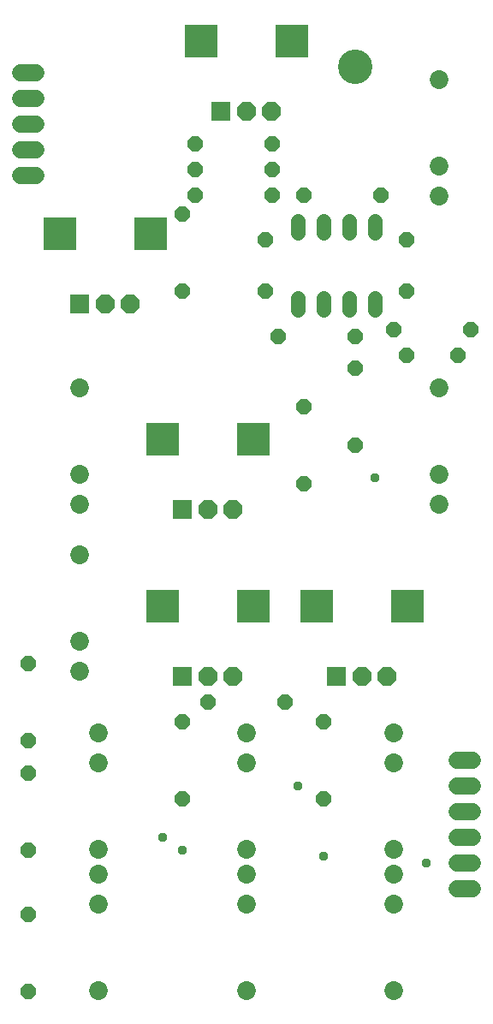
<source format=gbr>
G04 EAGLE Gerber RS-274X export*
G75*
%MOMM*%
%FSLAX34Y34*%
%LPD*%
%INSoldermask Top*%
%IPPOS*%
%AMOC8*
5,1,8,0,0,1.08239X$1,22.5*%
G01*
%ADD10C,3.403600*%
%ADD11P,1.649562X8X202.500000*%
%ADD12P,1.649562X8X292.500000*%
%ADD13P,1.649562X8X112.500000*%
%ADD14C,1.853200*%
%ADD15R,1.879600X1.879600*%
%ADD16P,2.034460X8X292.500000*%
%ADD17R,3.319200X3.319200*%
%ADD18P,1.649562X8X22.500000*%
%ADD19C,1.727200*%
%ADD20C,1.411200*%
%ADD21C,0.959600*%


D10*
X349250Y939800D03*
D11*
X349250Y673100D03*
X273050Y673100D03*
D12*
X349250Y641350D03*
X349250Y565150D03*
X25400Y349250D03*
X25400Y273050D03*
D13*
X25400Y25400D03*
X25400Y101600D03*
X298450Y527050D03*
X298450Y603250D03*
D14*
X95250Y165900D03*
X95250Y250900D03*
X95250Y280900D03*
X387350Y165900D03*
X387350Y250900D03*
X387350Y280900D03*
X95250Y26200D03*
X95250Y111200D03*
X95250Y141200D03*
X241300Y165900D03*
X241300Y250900D03*
X241300Y280900D03*
X241300Y26200D03*
X241300Y111200D03*
X241300Y141200D03*
X431800Y926300D03*
X431800Y841300D03*
X431800Y811300D03*
X76200Y621500D03*
X76200Y536500D03*
X76200Y506500D03*
D15*
X178200Y501500D03*
D16*
X203200Y501500D03*
X228200Y501500D03*
D17*
X248200Y571500D03*
X158200Y571500D03*
D15*
X216300Y895200D03*
D16*
X241300Y895200D03*
X266300Y895200D03*
D17*
X286300Y965200D03*
X196300Y965200D03*
D15*
X330600Y336400D03*
D16*
X355600Y336400D03*
X380600Y336400D03*
D17*
X400600Y406400D03*
X310600Y406400D03*
D15*
X76600Y704700D03*
D16*
X101600Y704700D03*
X126600Y704700D03*
D17*
X146600Y774700D03*
X56600Y774700D03*
D14*
X387350Y26200D03*
X387350Y111200D03*
X387350Y141200D03*
X76200Y456400D03*
X76200Y371400D03*
X76200Y341400D03*
D15*
X178200Y336400D03*
D16*
X203200Y336400D03*
X228200Y336400D03*
D17*
X248200Y406400D03*
X158200Y406400D03*
D18*
X298450Y812800D03*
X374650Y812800D03*
D11*
X279400Y311150D03*
X203200Y311150D03*
D13*
X177800Y717550D03*
X177800Y793750D03*
D11*
X266700Y863600D03*
X190500Y863600D03*
X266700Y838200D03*
X190500Y838200D03*
X266700Y812800D03*
X190500Y812800D03*
D19*
X449580Y254000D02*
X464820Y254000D01*
X464820Y228600D02*
X449580Y228600D01*
X449580Y203200D02*
X464820Y203200D01*
X464820Y177800D02*
X449580Y177800D01*
X449580Y152400D02*
X464820Y152400D01*
X464820Y127000D02*
X449580Y127000D01*
D20*
X292100Y698810D02*
X292100Y710890D01*
X317500Y710890D02*
X317500Y698810D01*
X342900Y698810D02*
X342900Y710890D01*
X368300Y710890D02*
X368300Y698810D01*
X368300Y775010D02*
X368300Y787090D01*
X342900Y787090D02*
X342900Y775010D01*
X317500Y775010D02*
X317500Y787090D01*
X292100Y787090D02*
X292100Y775010D01*
D13*
X177800Y215900D03*
X177800Y292100D03*
X25400Y165100D03*
X25400Y241300D03*
X317500Y215900D03*
X317500Y292100D03*
D12*
X260350Y768350D03*
X260350Y717550D03*
D13*
X400050Y717550D03*
X400050Y768350D03*
D14*
X431800Y621500D03*
X431800Y536500D03*
X431800Y506500D03*
D11*
X450850Y654050D03*
X400050Y654050D03*
X463550Y679450D03*
X387350Y679450D03*
D19*
X33020Y933450D02*
X17780Y933450D01*
X17780Y908050D02*
X33020Y908050D01*
X33020Y882650D02*
X17780Y882650D01*
X17780Y857250D02*
X33020Y857250D01*
X33020Y831850D02*
X17780Y831850D01*
D21*
X419100Y152400D03*
X368300Y533400D03*
X292100Y228600D03*
X158750Y177800D03*
X177800Y165100D03*
X317500Y158750D03*
M02*

</source>
